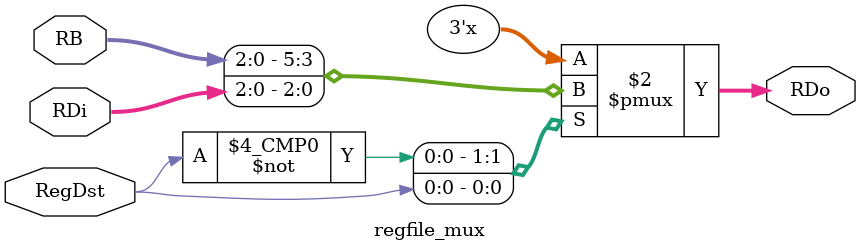
<source format=v>
`timescale 1ns / 1ps

module regfile_mux (RB, RDi, RegDst, RDo);
input [2:0] RB, RDi;
input RegDst;
output reg [2:0]RDo;
always @ (*)
        begin
        case(RegDst)
                1'b0: RDo <= #2 RB;
                1'b1: RDo <= #2 RDi;
                default: ;
        endcase
        end
endmodule
</source>
